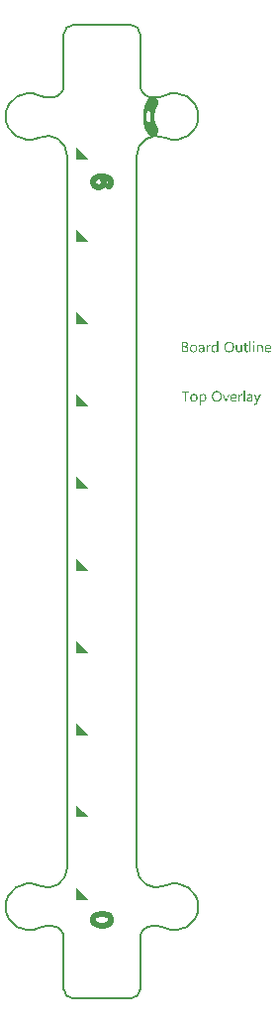
<source format=gto>
G04*
G04 #@! TF.GenerationSoftware,Altium Limited,Altium Designer,21.8.1 (53)*
G04*
G04 Layer_Color=65535*
%FSAX25Y25*%
%MOIN*%
G70*
G04*
G04 #@! TF.SameCoordinates,E3F0FB40-B38B-4DF8-A9CB-3E72E830E8E9*
G04*
G04*
G04 #@! TF.FilePolarity,Positive*
G04*
G01*
G75*
%ADD10C,0.01968*%
%ADD11C,0.00787*%
G36*
X0017183Y0303144D02*
X0017300Y0303133D01*
X0017416Y0303115D01*
X0017531Y0303091D01*
X0017644Y0303059D01*
X0017755Y0303021D01*
X0017863Y0302976D01*
X0017969Y0302925D01*
X0018071Y0302867D01*
X0018170Y0302803D01*
X0018264Y0302734D01*
X0018354Y0302659D01*
X0018440Y0302578D01*
X0018520Y0302492D01*
X0018596Y0302402D01*
X0018665Y0302308D01*
X0018729Y0302209D01*
X0018787Y0302107D01*
X0018838Y0302001D01*
X0018883Y0301893D01*
X0018921Y0301782D01*
X0018953Y0301669D01*
X0018977Y0301554D01*
X0018995Y0301438D01*
X0019006Y0301321D01*
X0019009Y0301204D01*
X0019006Y0301086D01*
X0018995Y0300970D01*
X0018977Y0300853D01*
X0018953Y0300739D01*
X0018921Y0300626D01*
X0018883Y0300515D01*
X0018838Y0300406D01*
X0018787Y0300301D01*
X0018729Y0300198D01*
X0018720Y0300184D01*
X0018720Y0300184D01*
X0018617Y0300013D01*
X0018507Y0299815D01*
X0018404Y0299614D01*
X0018307Y0299409D01*
X0018217Y0299202D01*
X0018134Y0298991D01*
X0018058Y0298778D01*
X0017988Y0298563D01*
X0017926Y0298345D01*
X0017871Y0298126D01*
X0017823Y0297904D01*
X0017783Y0297682D01*
X0017750Y0297458D01*
X0017724Y0297233D01*
X0017705Y0297007D01*
X0017694Y0296781D01*
X0017691Y0296555D01*
X0017694Y0296329D01*
X0017705Y0296103D01*
X0017724Y0295877D01*
X0017750Y0295652D01*
X0017783Y0295429D01*
X0017823Y0295206D01*
X0017871Y0294985D01*
X0017926Y0294765D01*
X0017988Y0294548D01*
X0018058Y0294332D01*
X0018134Y0294119D01*
X0018217Y0293909D01*
X0018307Y0293701D01*
X0018404Y0293496D01*
X0018507Y0293295D01*
X0018617Y0293097D01*
X0018732Y0292906D01*
X0018732Y0292906D01*
X0018745Y0292886D01*
X0018802Y0292784D01*
X0018854Y0292678D01*
X0018899Y0292570D01*
X0018937Y0292459D01*
X0018969Y0292346D01*
X0018993Y0292231D01*
X0019011Y0292115D01*
X0019022Y0291998D01*
X0019025Y0291881D01*
X0019022Y0291763D01*
X0019011Y0291647D01*
X0018993Y0291530D01*
X0018969Y0291416D01*
X0018937Y0291303D01*
X0018899Y0291192D01*
X0018854Y0291083D01*
X0018802Y0290978D01*
X0018745Y0290876D01*
X0018681Y0290777D01*
X0018611Y0290682D01*
X0018536Y0290592D01*
X0018456Y0290507D01*
X0018370Y0290426D01*
X0018280Y0290351D01*
X0018186Y0290282D01*
X0018087Y0290218D01*
X0017985Y0290160D01*
X0017879Y0290109D01*
X0017771Y0290064D01*
X0017660Y0290025D01*
X0017547Y0289994D01*
X0017432Y0289969D01*
X0017316Y0289952D01*
X0017199Y0289941D01*
X0017082Y0289937D01*
X0016964Y0289941D01*
X0016847Y0289952D01*
X0016731Y0289969D01*
X0016617Y0289994D01*
X0016503Y0290025D01*
X0016393Y0290064D01*
X0016284Y0290109D01*
X0016179Y0290160D01*
X0016076Y0290218D01*
X0015978Y0290282D01*
X0015883Y0290351D01*
X0015793Y0290426D01*
X0015708Y0290507D01*
X0015627Y0290592D01*
X0015552Y0290682D01*
X0015482Y0290777D01*
X0015431Y0290856D01*
X0015432Y0290856D01*
X0015351Y0290986D01*
X0015203Y0291239D01*
X0015063Y0291495D01*
X0014929Y0291756D01*
X0014803Y0292020D01*
X0014684Y0292287D01*
X0014572Y0292557D01*
X0014467Y0292830D01*
X0014370Y0293106D01*
X0014280Y0293385D01*
X0014198Y0293665D01*
X0014124Y0293948D01*
X0014057Y0294233D01*
X0013998Y0294520D01*
X0013947Y0294808D01*
X0013903Y0295097D01*
X0013868Y0295387D01*
X0013840Y0295678D01*
X0013820Y0295970D01*
X0013808Y0296263D01*
X0013804Y0296555D01*
X0013808Y0296848D01*
X0013820Y0297140D01*
X0013840Y0297432D01*
X0013868Y0297723D01*
X0013903Y0298013D01*
X0013947Y0298303D01*
X0013998Y0298591D01*
X0014057Y0298877D01*
X0014124Y0299162D01*
X0014198Y0299445D01*
X0014280Y0299726D01*
X0014370Y0300004D01*
X0014467Y0300280D01*
X0014572Y0300553D01*
X0014684Y0300823D01*
X0014803Y0301091D01*
X0014929Y0301355D01*
X0015063Y0301615D01*
X0015203Y0301871D01*
X0015351Y0302124D01*
X0015412Y0302223D01*
X0015412Y0302223D01*
X0015466Y0302308D01*
X0015536Y0302402D01*
X0015611Y0302492D01*
X0015692Y0302578D01*
X0015777Y0302659D01*
X0015867Y0302734D01*
X0015962Y0302803D01*
X0016060Y0302867D01*
X0016163Y0302925D01*
X0016268Y0302976D01*
X0016377Y0303021D01*
X0016488Y0303059D01*
X0016601Y0303091D01*
X0016715Y0303115D01*
X0016832Y0303133D01*
X0016949Y0303144D01*
X0017066Y0303147D01*
X0017183Y0303144D01*
D02*
G37*
G36*
X-0004331Y0282087D02*
X-0008661D01*
Y0286024D01*
X-0004331Y0282087D01*
D02*
G37*
G36*
Y0254429D02*
X-0008661D01*
Y0258366D01*
X-0004331Y0254429D01*
D02*
G37*
G36*
Y0226772D02*
X-0008661D01*
Y0230709D01*
X-0004331Y0226772D01*
D02*
G37*
G36*
X0051178Y0220945D02*
X0051202D01*
X0051258Y0220920D01*
X0051289Y0220901D01*
X0051320Y0220877D01*
X0051326Y0220870D01*
X0051332Y0220864D01*
X0051363Y0220827D01*
X0051388Y0220765D01*
X0051394Y0220728D01*
X0051400Y0220691D01*
Y0220685D01*
Y0220672D01*
X0051394Y0220654D01*
X0051388Y0220629D01*
X0051370Y0220567D01*
X0051345Y0220536D01*
X0051320Y0220505D01*
X0051314D01*
X0051308Y0220493D01*
X0051270Y0220468D01*
X0051215Y0220443D01*
X0051178Y0220437D01*
X0051140Y0220431D01*
X0051122D01*
X0051103Y0220437D01*
X0051078D01*
X0051017Y0220462D01*
X0050986Y0220474D01*
X0050955Y0220499D01*
Y0220505D01*
X0050942Y0220511D01*
X0050930Y0220530D01*
X0050918Y0220548D01*
X0050893Y0220610D01*
X0050887Y0220648D01*
X0050880Y0220691D01*
Y0220697D01*
Y0220709D01*
X0050887Y0220728D01*
X0050893Y0220759D01*
X0050911Y0220815D01*
X0050930Y0220846D01*
X0050955Y0220877D01*
X0050961Y0220883D01*
X0050967Y0220889D01*
X0051004Y0220914D01*
X0051066Y0220938D01*
X0051103Y0220951D01*
X0051159D01*
X0051178Y0220945D01*
D02*
G37*
G36*
X0039187Y0217280D02*
X0038785D01*
Y0217701D01*
X0038773D01*
Y0217695D01*
X0038760Y0217683D01*
X0038742Y0217658D01*
X0038723Y0217627D01*
X0038692Y0217590D01*
X0038655Y0217552D01*
X0038612Y0217509D01*
X0038562Y0217466D01*
X0038507Y0217416D01*
X0038438Y0217373D01*
X0038370Y0217336D01*
X0038290Y0217299D01*
X0038210Y0217268D01*
X0038117Y0217243D01*
X0038018Y0217231D01*
X0037912Y0217224D01*
X0037869D01*
X0037832Y0217231D01*
X0037795Y0217237D01*
X0037745Y0217243D01*
X0037640Y0217268D01*
X0037516Y0217305D01*
X0037392Y0217367D01*
X0037324Y0217404D01*
X0037269Y0217447D01*
X0037207Y0217503D01*
X0037151Y0217559D01*
Y0217565D01*
X0037139Y0217577D01*
X0037126Y0217596D01*
X0037108Y0217621D01*
X0037089Y0217652D01*
X0037064Y0217695D01*
X0037040Y0217744D01*
X0037015Y0217800D01*
X0036984Y0217862D01*
X0036959Y0217930D01*
X0036934Y0218004D01*
X0036916Y0218085D01*
X0036897Y0218172D01*
X0036885Y0218270D01*
X0036879Y0218370D01*
X0036873Y0218475D01*
Y0218481D01*
Y0218499D01*
Y0218537D01*
X0036879Y0218580D01*
X0036885Y0218630D01*
X0036891Y0218691D01*
X0036897Y0218759D01*
X0036910Y0218834D01*
X0036947Y0218995D01*
X0037003Y0219162D01*
X0037040Y0219242D01*
X0037083Y0219323D01*
X0037126Y0219397D01*
X0037182Y0219471D01*
X0037188Y0219478D01*
X0037194Y0219490D01*
X0037213Y0219509D01*
X0037238Y0219533D01*
X0037269Y0219558D01*
X0037312Y0219589D01*
X0037355Y0219626D01*
X0037405Y0219663D01*
X0037529Y0219731D01*
X0037671Y0219793D01*
X0037751Y0219812D01*
X0037838Y0219830D01*
X0037925Y0219843D01*
X0038024Y0219849D01*
X0038073D01*
X0038111Y0219843D01*
X0038148Y0219837D01*
X0038197Y0219830D01*
X0038309Y0219799D01*
X0038432Y0219750D01*
X0038494Y0219719D01*
X0038556Y0219676D01*
X0038618Y0219632D01*
X0038674Y0219577D01*
X0038723Y0219515D01*
X0038773Y0219440D01*
X0038785D01*
Y0221000D01*
X0039187D01*
Y0217280D01*
D02*
G37*
G36*
X0053456Y0219843D02*
X0053530Y0219837D01*
X0053623Y0219818D01*
X0053722Y0219787D01*
X0053827Y0219738D01*
X0053932Y0219670D01*
X0053975Y0219632D01*
X0054019Y0219583D01*
X0054031Y0219570D01*
X0054056Y0219533D01*
X0054087Y0219471D01*
X0054130Y0219385D01*
X0054167Y0219280D01*
X0054204Y0219149D01*
X0054229Y0218995D01*
X0054235Y0218815D01*
Y0217280D01*
X0053833D01*
Y0218710D01*
Y0218716D01*
Y0218747D01*
X0053827Y0218784D01*
Y0218834D01*
X0053815Y0218896D01*
X0053802Y0218964D01*
X0053784Y0219038D01*
X0053759Y0219112D01*
X0053728Y0219187D01*
X0053691Y0219255D01*
X0053641Y0219323D01*
X0053585Y0219385D01*
X0053524Y0219434D01*
X0053443Y0219471D01*
X0053356Y0219502D01*
X0053251Y0219509D01*
X0053239D01*
X0053202Y0219502D01*
X0053146Y0219496D01*
X0053078Y0219478D01*
X0052997Y0219453D01*
X0052911Y0219409D01*
X0052830Y0219354D01*
X0052750Y0219280D01*
X0052744Y0219267D01*
X0052719Y0219242D01*
X0052688Y0219193D01*
X0052651Y0219125D01*
X0052614Y0219044D01*
X0052583Y0218945D01*
X0052558Y0218834D01*
X0052552Y0218710D01*
Y0217280D01*
X0052149D01*
Y0219793D01*
X0052552D01*
Y0219372D01*
X0052564D01*
X0052570Y0219378D01*
X0052577Y0219391D01*
X0052595Y0219416D01*
X0052620Y0219447D01*
X0052645Y0219484D01*
X0052682Y0219521D01*
X0052725Y0219564D01*
X0052775Y0219614D01*
X0052830Y0219657D01*
X0052892Y0219700D01*
X0052960Y0219738D01*
X0053035Y0219775D01*
X0053109Y0219806D01*
X0053196Y0219830D01*
X0053288Y0219843D01*
X0053387Y0219849D01*
X0053425D01*
X0053456Y0219843D01*
D02*
G37*
G36*
X0036458Y0219830D02*
X0036532Y0219824D01*
X0036575Y0219812D01*
X0036606Y0219799D01*
Y0219385D01*
X0036600Y0219391D01*
X0036588Y0219397D01*
X0036563Y0219409D01*
X0036532Y0219428D01*
X0036489Y0219440D01*
X0036433Y0219453D01*
X0036371Y0219459D01*
X0036303Y0219465D01*
X0036291D01*
X0036260Y0219459D01*
X0036210Y0219453D01*
X0036154Y0219434D01*
X0036080Y0219403D01*
X0036012Y0219360D01*
X0035938Y0219298D01*
X0035870Y0219218D01*
X0035864Y0219205D01*
X0035845Y0219174D01*
X0035814Y0219119D01*
X0035783Y0219044D01*
X0035752Y0218951D01*
X0035721Y0218834D01*
X0035703Y0218704D01*
X0035696Y0218555D01*
Y0217280D01*
X0035294D01*
Y0219793D01*
X0035696D01*
Y0219273D01*
X0035709D01*
Y0219280D01*
X0035715Y0219286D01*
X0035727Y0219317D01*
X0035746Y0219366D01*
X0035777Y0219428D01*
X0035808Y0219490D01*
X0035857Y0219558D01*
X0035907Y0219626D01*
X0035969Y0219688D01*
X0035975Y0219694D01*
X0036000Y0219713D01*
X0036037Y0219738D01*
X0036086Y0219762D01*
X0036142Y0219787D01*
X0036210Y0219812D01*
X0036284Y0219830D01*
X0036365Y0219837D01*
X0036421D01*
X0036458Y0219830D01*
D02*
G37*
G36*
X0047197Y0217280D02*
X0046795D01*
Y0217676D01*
X0046783D01*
Y0217670D01*
X0046770Y0217658D01*
X0046758Y0217633D01*
X0046733Y0217608D01*
X0046677Y0217534D01*
X0046591Y0217453D01*
X0046541Y0217410D01*
X0046486Y0217367D01*
X0046424Y0217330D01*
X0046349Y0217292D01*
X0046275Y0217268D01*
X0046195Y0217243D01*
X0046102Y0217231D01*
X0046009Y0217224D01*
X0045972D01*
X0045928Y0217231D01*
X0045867Y0217243D01*
X0045799Y0217255D01*
X0045724Y0217280D01*
X0045644Y0217311D01*
X0045563Y0217361D01*
X0045477Y0217416D01*
X0045396Y0217484D01*
X0045322Y0217571D01*
X0045254Y0217676D01*
X0045192Y0217794D01*
X0045149Y0217936D01*
X0045124Y0218103D01*
X0045111Y0218190D01*
Y0218289D01*
Y0219793D01*
X0045507D01*
Y0218351D01*
Y0218345D01*
Y0218320D01*
X0045514Y0218277D01*
X0045520Y0218227D01*
X0045526Y0218165D01*
X0045538Y0218103D01*
X0045557Y0218029D01*
X0045582Y0217955D01*
X0045619Y0217881D01*
X0045656Y0217812D01*
X0045706Y0217744D01*
X0045768Y0217683D01*
X0045836Y0217633D01*
X0045916Y0217596D01*
X0046015Y0217565D01*
X0046120Y0217559D01*
X0046133D01*
X0046170Y0217565D01*
X0046226Y0217571D01*
X0046288Y0217583D01*
X0046368Y0217614D01*
X0046448Y0217652D01*
X0046529Y0217701D01*
X0046603Y0217775D01*
X0046609Y0217788D01*
X0046634Y0217812D01*
X0046665Y0217862D01*
X0046702Y0217930D01*
X0046733Y0218010D01*
X0046764Y0218110D01*
X0046789Y0218221D01*
X0046795Y0218345D01*
Y0219793D01*
X0047197D01*
Y0217280D01*
D02*
G37*
G36*
X0051332D02*
X0050930D01*
Y0219793D01*
X0051332D01*
Y0217280D01*
D02*
G37*
G36*
X0050113D02*
X0049711D01*
Y0221000D01*
X0050113D01*
Y0217280D01*
D02*
G37*
G36*
X0033734Y0219843D02*
X0033790Y0219837D01*
X0033858Y0219818D01*
X0033932Y0219799D01*
X0034013Y0219769D01*
X0034099Y0219731D01*
X0034180Y0219682D01*
X0034260Y0219620D01*
X0034335Y0219546D01*
X0034403Y0219453D01*
X0034458Y0219348D01*
X0034502Y0219224D01*
X0034527Y0219081D01*
X0034539Y0218914D01*
Y0217280D01*
X0034137D01*
Y0217670D01*
X0034124D01*
Y0217664D01*
X0034112Y0217652D01*
X0034099Y0217627D01*
X0034075Y0217602D01*
X0034013Y0217528D01*
X0033932Y0217447D01*
X0033821Y0217367D01*
X0033691Y0217292D01*
X0033610Y0217268D01*
X0033530Y0217243D01*
X0033443Y0217231D01*
X0033350Y0217224D01*
X0033313D01*
X0033288Y0217231D01*
X0033220Y0217237D01*
X0033140Y0217249D01*
X0033041Y0217274D01*
X0032948Y0217305D01*
X0032849Y0217354D01*
X0032762Y0217416D01*
X0032756Y0217429D01*
X0032731Y0217453D01*
X0032694Y0217497D01*
X0032657Y0217559D01*
X0032620Y0217633D01*
X0032583Y0217720D01*
X0032558Y0217825D01*
X0032552Y0217943D01*
Y0217949D01*
Y0217973D01*
X0032558Y0218010D01*
X0032564Y0218054D01*
X0032577Y0218110D01*
X0032595Y0218172D01*
X0032620Y0218240D01*
X0032657Y0218308D01*
X0032700Y0218382D01*
X0032756Y0218456D01*
X0032824Y0218524D01*
X0032905Y0218586D01*
X0032998Y0218648D01*
X0033109Y0218698D01*
X0033233Y0218735D01*
X0033381Y0218766D01*
X0034137Y0218871D01*
Y0218877D01*
Y0218896D01*
X0034130Y0218933D01*
Y0218970D01*
X0034118Y0219020D01*
X0034112Y0219075D01*
X0034075Y0219193D01*
X0034044Y0219249D01*
X0034013Y0219304D01*
X0033969Y0219360D01*
X0033920Y0219409D01*
X0033858Y0219453D01*
X0033790Y0219484D01*
X0033709Y0219502D01*
X0033617Y0219509D01*
X0033573D01*
X0033542Y0219502D01*
X0033499D01*
X0033456Y0219490D01*
X0033344Y0219471D01*
X0033220Y0219434D01*
X0033084Y0219378D01*
X0033010Y0219341D01*
X0032942Y0219304D01*
X0032868Y0219255D01*
X0032800Y0219199D01*
Y0219614D01*
X0032806D01*
X0032818Y0219626D01*
X0032837Y0219638D01*
X0032868Y0219651D01*
X0032899Y0219670D01*
X0032942Y0219688D01*
X0032991Y0219707D01*
X0033047Y0219731D01*
X0033171Y0219775D01*
X0033319Y0219812D01*
X0033480Y0219837D01*
X0033654Y0219849D01*
X0033691D01*
X0033734Y0219843D01*
D02*
G37*
G36*
X0028045Y0220790D02*
X0028089D01*
X0028132Y0220784D01*
X0028231Y0220771D01*
X0028349Y0220740D01*
X0028473Y0220703D01*
X0028590Y0220648D01*
X0028695Y0220573D01*
X0028702D01*
X0028708Y0220561D01*
X0028739Y0220536D01*
X0028782Y0220486D01*
X0028832Y0220418D01*
X0028875Y0220332D01*
X0028918Y0220233D01*
X0028949Y0220121D01*
X0028962Y0220059D01*
Y0219991D01*
Y0219985D01*
Y0219979D01*
Y0219942D01*
X0028956Y0219886D01*
X0028943Y0219818D01*
X0028925Y0219731D01*
X0028894Y0219645D01*
X0028856Y0219558D01*
X0028801Y0219471D01*
X0028795Y0219459D01*
X0028770Y0219434D01*
X0028733Y0219397D01*
X0028683Y0219348D01*
X0028621Y0219298D01*
X0028547Y0219242D01*
X0028454Y0219199D01*
X0028355Y0219156D01*
Y0219149D01*
X0028374D01*
X0028392Y0219143D01*
X0028411Y0219137D01*
X0028479Y0219125D01*
X0028559Y0219100D01*
X0028646Y0219063D01*
X0028739Y0219020D01*
X0028832Y0218958D01*
X0028918Y0218877D01*
X0028931Y0218865D01*
X0028956Y0218834D01*
X0028986Y0218791D01*
X0029030Y0218722D01*
X0029067Y0218636D01*
X0029104Y0218537D01*
X0029129Y0218419D01*
X0029135Y0218289D01*
Y0218283D01*
Y0218270D01*
Y0218246D01*
X0029129Y0218215D01*
X0029123Y0218178D01*
X0029116Y0218134D01*
X0029092Y0218029D01*
X0029054Y0217912D01*
X0028999Y0217788D01*
X0028962Y0217732D01*
X0028918Y0217670D01*
X0028863Y0217614D01*
X0028807Y0217559D01*
X0028801D01*
X0028795Y0217546D01*
X0028776Y0217534D01*
X0028751Y0217515D01*
X0028720Y0217497D01*
X0028677Y0217472D01*
X0028584Y0217423D01*
X0028466Y0217367D01*
X0028330Y0217323D01*
X0028169Y0217292D01*
X0028089Y0217286D01*
X0027996Y0217280D01*
X0026969D01*
Y0220796D01*
X0028015D01*
X0028045Y0220790D01*
D02*
G37*
G36*
X0048541Y0219793D02*
X0049178D01*
Y0219447D01*
X0048541D01*
Y0218029D01*
Y0218017D01*
Y0217986D01*
X0048547Y0217943D01*
X0048553Y0217887D01*
X0048578Y0217769D01*
X0048596Y0217713D01*
X0048627Y0217670D01*
X0048634Y0217664D01*
X0048646Y0217652D01*
X0048664Y0217639D01*
X0048695Y0217621D01*
X0048733Y0217596D01*
X0048782Y0217583D01*
X0048844Y0217571D01*
X0048912Y0217565D01*
X0048937D01*
X0048968Y0217571D01*
X0049005Y0217577D01*
X0049092Y0217602D01*
X0049135Y0217621D01*
X0049178Y0217645D01*
Y0217299D01*
X0049172D01*
X0049153Y0217286D01*
X0049123Y0217280D01*
X0049079Y0217268D01*
X0049024Y0217255D01*
X0048961Y0217243D01*
X0048887Y0217237D01*
X0048801Y0217231D01*
X0048770D01*
X0048739Y0217237D01*
X0048695Y0217243D01*
X0048646Y0217255D01*
X0048590Y0217268D01*
X0048534Y0217292D01*
X0048472Y0217323D01*
X0048411Y0217361D01*
X0048349Y0217410D01*
X0048293Y0217466D01*
X0048243Y0217540D01*
X0048200Y0217621D01*
X0048169Y0217720D01*
X0048145Y0217831D01*
X0048138Y0217961D01*
Y0219447D01*
X0047711D01*
Y0219793D01*
X0048138D01*
Y0220406D01*
X0048541Y0220536D01*
Y0219793D01*
D02*
G37*
G36*
X0056068Y0219843D02*
X0056111Y0219837D01*
X0056154Y0219830D01*
X0056266Y0219812D01*
X0056389Y0219769D01*
X0056513Y0219713D01*
X0056575Y0219676D01*
X0056637Y0219632D01*
X0056693Y0219583D01*
X0056749Y0219527D01*
X0056755Y0219521D01*
X0056761Y0219515D01*
X0056773Y0219496D01*
X0056792Y0219471D01*
X0056810Y0219434D01*
X0056835Y0219397D01*
X0056860Y0219354D01*
X0056885Y0219298D01*
X0056910Y0219236D01*
X0056934Y0219174D01*
X0056959Y0219100D01*
X0056978Y0219020D01*
X0056996Y0218933D01*
X0057009Y0218846D01*
X0057021Y0218747D01*
Y0218642D01*
Y0218431D01*
X0055244D01*
Y0218425D01*
Y0218413D01*
Y0218394D01*
X0055251Y0218363D01*
X0055257Y0218326D01*
Y0218289D01*
X0055275Y0218190D01*
X0055306Y0218091D01*
X0055343Y0217980D01*
X0055399Y0217874D01*
X0055467Y0217781D01*
X0055480Y0217769D01*
X0055504Y0217744D01*
X0055554Y0217713D01*
X0055622Y0217670D01*
X0055709Y0217627D01*
X0055808Y0217596D01*
X0055925Y0217571D01*
X0056062Y0217559D01*
X0056105D01*
X0056136Y0217565D01*
X0056173D01*
X0056216Y0217571D01*
X0056322Y0217596D01*
X0056439Y0217627D01*
X0056569Y0217676D01*
X0056705Y0217744D01*
X0056773Y0217788D01*
X0056841Y0217837D01*
Y0217460D01*
X0056835D01*
X0056829Y0217447D01*
X0056810Y0217441D01*
X0056779Y0217423D01*
X0056749Y0217404D01*
X0056711Y0217385D01*
X0056662Y0217367D01*
X0056612Y0217342D01*
X0056551Y0217317D01*
X0056482Y0217299D01*
X0056334Y0217262D01*
X0056160Y0217237D01*
X0055969Y0217224D01*
X0055919D01*
X0055882Y0217231D01*
X0055839Y0217237D01*
X0055783Y0217243D01*
X0055665Y0217268D01*
X0055529Y0217305D01*
X0055393Y0217367D01*
X0055325Y0217410D01*
X0055257Y0217453D01*
X0055195Y0217503D01*
X0055133Y0217565D01*
X0055127Y0217571D01*
X0055121Y0217583D01*
X0055108Y0217602D01*
X0055084Y0217627D01*
X0055065Y0217664D01*
X0055040Y0217707D01*
X0055009Y0217757D01*
X0054984Y0217812D01*
X0054953Y0217874D01*
X0054929Y0217949D01*
X0054898Y0218029D01*
X0054879Y0218116D01*
X0054861Y0218209D01*
X0054842Y0218308D01*
X0054836Y0218413D01*
X0054830Y0218524D01*
Y0218531D01*
Y0218549D01*
Y0218580D01*
X0054836Y0218623D01*
X0054842Y0218673D01*
X0054848Y0218729D01*
X0054854Y0218797D01*
X0054873Y0218865D01*
X0054910Y0219013D01*
X0054966Y0219174D01*
X0055003Y0219255D01*
X0055053Y0219329D01*
X0055102Y0219409D01*
X0055158Y0219478D01*
X0055164Y0219484D01*
X0055176Y0219496D01*
X0055195Y0219515D01*
X0055220Y0219533D01*
X0055251Y0219564D01*
X0055288Y0219595D01*
X0055337Y0219626D01*
X0055387Y0219663D01*
X0055504Y0219731D01*
X0055647Y0219793D01*
X0055727Y0219812D01*
X0055808Y0219830D01*
X0055894Y0219843D01*
X0055987Y0219849D01*
X0056037D01*
X0056068Y0219843D01*
D02*
G37*
G36*
X0043025Y0220852D02*
X0043087Y0220846D01*
X0043161Y0220833D01*
X0043242Y0220815D01*
X0043329Y0220796D01*
X0043415Y0220771D01*
X0043514Y0220740D01*
X0043607Y0220697D01*
X0043706Y0220648D01*
X0043805Y0220592D01*
X0043898Y0220524D01*
X0043991Y0220449D01*
X0044078Y0220363D01*
X0044084Y0220357D01*
X0044096Y0220338D01*
X0044121Y0220313D01*
X0044146Y0220276D01*
X0044183Y0220227D01*
X0044220Y0220165D01*
X0044257Y0220097D01*
X0044300Y0220022D01*
X0044344Y0219929D01*
X0044381Y0219837D01*
X0044418Y0219731D01*
X0044455Y0219614D01*
X0044480Y0219496D01*
X0044505Y0219366D01*
X0044517Y0219224D01*
X0044523Y0219081D01*
Y0219069D01*
Y0219044D01*
Y0219001D01*
X0044517Y0218939D01*
X0044511Y0218865D01*
X0044499Y0218784D01*
X0044486Y0218691D01*
X0044468Y0218586D01*
X0044443Y0218481D01*
X0044412Y0218370D01*
X0044375Y0218258D01*
X0044331Y0218147D01*
X0044276Y0218029D01*
X0044214Y0217924D01*
X0044146Y0217819D01*
X0044065Y0217720D01*
X0044059Y0217713D01*
X0044047Y0217701D01*
X0044016Y0217676D01*
X0043985Y0217645D01*
X0043935Y0217602D01*
X0043880Y0217565D01*
X0043818Y0217515D01*
X0043743Y0217472D01*
X0043663Y0217429D01*
X0043570Y0217379D01*
X0043471Y0217342D01*
X0043360Y0217305D01*
X0043242Y0217268D01*
X0043118Y0217243D01*
X0042988Y0217231D01*
X0042846Y0217224D01*
X0042815D01*
X0042772Y0217231D01*
X0042722D01*
X0042660Y0217237D01*
X0042586Y0217249D01*
X0042505Y0217268D01*
X0042412Y0217286D01*
X0042320Y0217311D01*
X0042221Y0217342D01*
X0042122Y0217385D01*
X0042023Y0217429D01*
X0041923Y0217484D01*
X0041824Y0217552D01*
X0041732Y0217627D01*
X0041645Y0217713D01*
X0041639Y0217720D01*
X0041626Y0217738D01*
X0041602Y0217763D01*
X0041577Y0217800D01*
X0041540Y0217850D01*
X0041503Y0217912D01*
X0041465Y0217980D01*
X0041422Y0218060D01*
X0041379Y0218147D01*
X0041342Y0218240D01*
X0041304Y0218345D01*
X0041267Y0218462D01*
X0041243Y0218580D01*
X0041218Y0218710D01*
X0041205Y0218852D01*
X0041199Y0218995D01*
Y0219007D01*
Y0219032D01*
X0041205Y0219075D01*
Y0219137D01*
X0041212Y0219205D01*
X0041224Y0219292D01*
X0041236Y0219385D01*
X0041255Y0219484D01*
X0041280Y0219589D01*
X0041311Y0219700D01*
X0041348Y0219812D01*
X0041391Y0219923D01*
X0041447Y0220035D01*
X0041509Y0220146D01*
X0041577Y0220251D01*
X0041657Y0220350D01*
X0041664Y0220357D01*
X0041676Y0220375D01*
X0041707Y0220400D01*
X0041744Y0220431D01*
X0041787Y0220468D01*
X0041843Y0220511D01*
X0041911Y0220555D01*
X0041985Y0220604D01*
X0042072Y0220654D01*
X0042165Y0220697D01*
X0042264Y0220740D01*
X0042375Y0220778D01*
X0042499Y0220808D01*
X0042629Y0220839D01*
X0042765Y0220852D01*
X0042908Y0220858D01*
X0042976D01*
X0043025Y0220852D01*
D02*
G37*
G36*
X0030998Y0219843D02*
X0031041Y0219837D01*
X0031097Y0219830D01*
X0031221Y0219806D01*
X0031363Y0219762D01*
X0031506Y0219700D01*
X0031580Y0219663D01*
X0031648Y0219620D01*
X0031716Y0219564D01*
X0031778Y0219502D01*
X0031784Y0219496D01*
X0031791Y0219484D01*
X0031809Y0219465D01*
X0031828Y0219440D01*
X0031852Y0219403D01*
X0031877Y0219360D01*
X0031908Y0219310D01*
X0031939Y0219255D01*
X0031964Y0219187D01*
X0031995Y0219119D01*
X0032019Y0219038D01*
X0032044Y0218951D01*
X0032063Y0218859D01*
X0032081Y0218759D01*
X0032088Y0218654D01*
X0032094Y0218543D01*
Y0218537D01*
Y0218518D01*
Y0218487D01*
X0032088Y0218444D01*
X0032081Y0218394D01*
X0032075Y0218332D01*
X0032063Y0218270D01*
X0032050Y0218196D01*
X0032013Y0218048D01*
X0031951Y0217887D01*
X0031914Y0217806D01*
X0031865Y0217726D01*
X0031815Y0217652D01*
X0031753Y0217583D01*
X0031747Y0217577D01*
X0031735Y0217571D01*
X0031716Y0217552D01*
X0031691Y0217528D01*
X0031654Y0217503D01*
X0031617Y0217472D01*
X0031568Y0217435D01*
X0031512Y0217404D01*
X0031450Y0217373D01*
X0031382Y0217336D01*
X0031308Y0217305D01*
X0031227Y0217280D01*
X0031141Y0217255D01*
X0031048Y0217243D01*
X0030949Y0217231D01*
X0030843Y0217224D01*
X0030788D01*
X0030751Y0217231D01*
X0030707Y0217237D01*
X0030652Y0217243D01*
X0030590Y0217255D01*
X0030522Y0217268D01*
X0030379Y0217311D01*
X0030231Y0217373D01*
X0030156Y0217410D01*
X0030088Y0217460D01*
X0030020Y0217509D01*
X0029952Y0217571D01*
X0029946Y0217577D01*
X0029940Y0217590D01*
X0029921Y0217608D01*
X0029902Y0217633D01*
X0029878Y0217670D01*
X0029847Y0217713D01*
X0029816Y0217763D01*
X0029791Y0217819D01*
X0029760Y0217887D01*
X0029729Y0217955D01*
X0029698Y0218029D01*
X0029673Y0218116D01*
X0029636Y0218302D01*
X0029630Y0218401D01*
X0029624Y0218506D01*
Y0218512D01*
Y0218537D01*
Y0218568D01*
X0029630Y0218611D01*
X0029636Y0218660D01*
X0029643Y0218722D01*
X0029655Y0218791D01*
X0029667Y0218865D01*
X0029704Y0219026D01*
X0029766Y0219187D01*
X0029810Y0219267D01*
X0029853Y0219348D01*
X0029902Y0219422D01*
X0029964Y0219490D01*
X0029971Y0219496D01*
X0029983Y0219509D01*
X0030002Y0219521D01*
X0030026Y0219546D01*
X0030064Y0219570D01*
X0030107Y0219601D01*
X0030156Y0219638D01*
X0030212Y0219670D01*
X0030274Y0219700D01*
X0030348Y0219738D01*
X0030422Y0219769D01*
X0030509Y0219793D01*
X0030596Y0219818D01*
X0030695Y0219837D01*
X0030800Y0219843D01*
X0030905Y0219849D01*
X0030961D01*
X0030998Y0219843D01*
D02*
G37*
G36*
X0034211Y0203253D02*
X0034254Y0203247D01*
X0034297Y0203240D01*
X0034409Y0203216D01*
X0034533Y0203179D01*
X0034657Y0203117D01*
X0034718Y0203080D01*
X0034780Y0203030D01*
X0034836Y0202980D01*
X0034892Y0202919D01*
X0034898Y0202912D01*
X0034904Y0202906D01*
X0034916Y0202881D01*
X0034935Y0202857D01*
X0034954Y0202826D01*
X0034978Y0202782D01*
X0035003Y0202733D01*
X0035028Y0202683D01*
X0035053Y0202621D01*
X0035077Y0202553D01*
X0035102Y0202479D01*
X0035121Y0202399D01*
X0035152Y0202219D01*
X0035164Y0202120D01*
Y0202015D01*
Y0202009D01*
Y0201990D01*
Y0201953D01*
X0035158Y0201910D01*
Y0201860D01*
X0035146Y0201798D01*
X0035139Y0201730D01*
X0035127Y0201656D01*
X0035090Y0201495D01*
X0035034Y0201328D01*
X0034997Y0201247D01*
X0034960Y0201167D01*
X0034910Y0201086D01*
X0034855Y0201012D01*
X0034848Y0201006D01*
X0034842Y0200993D01*
X0034824Y0200975D01*
X0034799Y0200956D01*
X0034768Y0200925D01*
X0034731Y0200894D01*
X0034687Y0200857D01*
X0034638Y0200826D01*
X0034582Y0200789D01*
X0034520Y0200752D01*
X0034372Y0200696D01*
X0034291Y0200672D01*
X0034211Y0200653D01*
X0034118Y0200641D01*
X0034019Y0200634D01*
X0033969D01*
X0033938Y0200641D01*
X0033895Y0200647D01*
X0033852Y0200659D01*
X0033740Y0200684D01*
X0033623Y0200733D01*
X0033555Y0200771D01*
X0033493Y0200808D01*
X0033431Y0200857D01*
X0033375Y0200913D01*
X0033313Y0200975D01*
X0033264Y0201049D01*
X0033251D01*
Y0199539D01*
X0032849D01*
Y0203203D01*
X0033251D01*
Y0202758D01*
X0033264D01*
X0033270Y0202764D01*
X0033276Y0202782D01*
X0033295Y0202807D01*
X0033319Y0202838D01*
X0033350Y0202875D01*
X0033388Y0202919D01*
X0033431Y0202962D01*
X0033487Y0203011D01*
X0033542Y0203055D01*
X0033604Y0203098D01*
X0033678Y0203141D01*
X0033753Y0203179D01*
X0033839Y0203216D01*
X0033932Y0203240D01*
X0034025Y0203253D01*
X0034130Y0203259D01*
X0034180D01*
X0034211Y0203253D01*
D02*
G37*
G36*
X0047166Y0203240D02*
X0047241Y0203234D01*
X0047284Y0203222D01*
X0047315Y0203209D01*
Y0202795D01*
X0047309Y0202801D01*
X0047296Y0202807D01*
X0047272Y0202819D01*
X0047241Y0202838D01*
X0047197Y0202851D01*
X0047142Y0202863D01*
X0047080Y0202869D01*
X0047012Y0202875D01*
X0046999D01*
X0046968Y0202869D01*
X0046919Y0202863D01*
X0046863Y0202844D01*
X0046789Y0202813D01*
X0046721Y0202770D01*
X0046646Y0202708D01*
X0046578Y0202628D01*
X0046572Y0202615D01*
X0046554Y0202584D01*
X0046523Y0202529D01*
X0046492Y0202454D01*
X0046461Y0202361D01*
X0046430Y0202244D01*
X0046411Y0202114D01*
X0046405Y0201965D01*
Y0200690D01*
X0046003D01*
Y0203203D01*
X0046405D01*
Y0202683D01*
X0046417D01*
Y0202690D01*
X0046424Y0202696D01*
X0046436Y0202727D01*
X0046455Y0202776D01*
X0046486Y0202838D01*
X0046516Y0202900D01*
X0046566Y0202968D01*
X0046615Y0203036D01*
X0046677Y0203098D01*
X0046684Y0203104D01*
X0046708Y0203123D01*
X0046745Y0203148D01*
X0046795Y0203172D01*
X0046851Y0203197D01*
X0046919Y0203222D01*
X0046993Y0203240D01*
X0047074Y0203247D01*
X0047129D01*
X0047166Y0203240D01*
D02*
G37*
G36*
X0052372Y0200288D02*
X0052366Y0200282D01*
X0052360Y0200257D01*
X0052341Y0200214D01*
X0052316Y0200164D01*
X0052286Y0200108D01*
X0052242Y0200040D01*
X0052199Y0199972D01*
X0052149Y0199898D01*
X0052087Y0199824D01*
X0052026Y0199756D01*
X0051951Y0199687D01*
X0051871Y0199632D01*
X0051790Y0199582D01*
X0051697Y0199539D01*
X0051605Y0199514D01*
X0051499Y0199508D01*
X0051444D01*
X0051407Y0199514D01*
X0051326Y0199526D01*
X0051240Y0199545D01*
Y0199904D01*
X0051246D01*
X0051264Y0199898D01*
X0051289Y0199892D01*
X0051320Y0199885D01*
X0051394Y0199867D01*
X0051475Y0199861D01*
X0051487D01*
X0051524Y0199867D01*
X0051580Y0199879D01*
X0051648Y0199904D01*
X0051722Y0199947D01*
X0051759Y0199978D01*
X0051797Y0200015D01*
X0051834Y0200053D01*
X0051871Y0200102D01*
X0051902Y0200158D01*
X0051933Y0200220D01*
X0052137Y0200690D01*
X0051153Y0203203D01*
X0051599D01*
X0052279Y0201266D01*
Y0201260D01*
X0052286Y0201247D01*
X0052292Y0201229D01*
X0052298Y0201204D01*
X0052304Y0201167D01*
X0052316Y0201130D01*
X0052329Y0201074D01*
X0052347D01*
Y0201086D01*
X0052360Y0201123D01*
X0052372Y0201179D01*
X0052397Y0201260D01*
X0053109Y0203203D01*
X0053524D01*
X0052372Y0200288D01*
D02*
G37*
G36*
X0041942Y0200690D02*
X0041546D01*
X0040593Y0203203D01*
X0041032D01*
X0041676Y0201377D01*
X0041682Y0201371D01*
X0041688Y0201346D01*
X0041701Y0201303D01*
X0041713Y0201260D01*
X0041725Y0201204D01*
X0041744Y0201142D01*
X0041763Y0201024D01*
X0041769D01*
Y0201031D01*
X0041775Y0201055D01*
X0041781Y0201093D01*
X0041787Y0201136D01*
X0041800Y0201192D01*
X0041812Y0201247D01*
X0041849Y0201365D01*
X0042518Y0203203D01*
X0042939D01*
X0041942Y0200690D01*
D02*
G37*
G36*
X0049964Y0203253D02*
X0050020Y0203247D01*
X0050088Y0203228D01*
X0050162Y0203209D01*
X0050243Y0203179D01*
X0050330Y0203141D01*
X0050410Y0203092D01*
X0050490Y0203030D01*
X0050565Y0202956D01*
X0050633Y0202863D01*
X0050689Y0202758D01*
X0050732Y0202634D01*
X0050757Y0202491D01*
X0050769Y0202324D01*
Y0200690D01*
X0050367D01*
Y0201080D01*
X0050354D01*
Y0201074D01*
X0050342Y0201062D01*
X0050330Y0201037D01*
X0050305Y0201012D01*
X0050243Y0200938D01*
X0050162Y0200857D01*
X0050051Y0200777D01*
X0049921Y0200703D01*
X0049841Y0200678D01*
X0049760Y0200653D01*
X0049673Y0200641D01*
X0049580Y0200634D01*
X0049543D01*
X0049519Y0200641D01*
X0049451Y0200647D01*
X0049370Y0200659D01*
X0049271Y0200684D01*
X0049178Y0200715D01*
X0049079Y0200764D01*
X0048992Y0200826D01*
X0048986Y0200839D01*
X0048961Y0200864D01*
X0048924Y0200907D01*
X0048887Y0200969D01*
X0048850Y0201043D01*
X0048813Y0201130D01*
X0048788Y0201235D01*
X0048782Y0201353D01*
Y0201359D01*
Y0201383D01*
X0048788Y0201421D01*
X0048794Y0201464D01*
X0048807Y0201520D01*
X0048825Y0201582D01*
X0048850Y0201650D01*
X0048887Y0201718D01*
X0048931Y0201792D01*
X0048986Y0201866D01*
X0049054Y0201934D01*
X0049135Y0201996D01*
X0049228Y0202058D01*
X0049339Y0202108D01*
X0049463Y0202145D01*
X0049611Y0202176D01*
X0050367Y0202281D01*
Y0202287D01*
Y0202306D01*
X0050361Y0202343D01*
Y0202380D01*
X0050348Y0202430D01*
X0050342Y0202485D01*
X0050305Y0202603D01*
X0050274Y0202659D01*
X0050243Y0202714D01*
X0050200Y0202770D01*
X0050150Y0202819D01*
X0050088Y0202863D01*
X0050020Y0202894D01*
X0049940Y0202912D01*
X0049847Y0202919D01*
X0049803D01*
X0049772Y0202912D01*
X0049729D01*
X0049686Y0202900D01*
X0049574Y0202881D01*
X0049451Y0202844D01*
X0049314Y0202789D01*
X0049240Y0202751D01*
X0049172Y0202714D01*
X0049098Y0202665D01*
X0049030Y0202609D01*
Y0203024D01*
X0049036D01*
X0049048Y0203036D01*
X0049067Y0203049D01*
X0049098Y0203061D01*
X0049129Y0203080D01*
X0049172Y0203098D01*
X0049222Y0203117D01*
X0049277Y0203141D01*
X0049401Y0203185D01*
X0049550Y0203222D01*
X0049711Y0203247D01*
X0049884Y0203259D01*
X0049921D01*
X0049964Y0203253D01*
D02*
G37*
G36*
X0048151Y0200690D02*
X0047748D01*
Y0204410D01*
X0048151D01*
Y0200690D01*
D02*
G37*
G36*
X0029407Y0203835D02*
X0028392D01*
Y0200690D01*
X0027984D01*
Y0203835D01*
X0026969D01*
Y0204206D01*
X0029407D01*
Y0203835D01*
D02*
G37*
G36*
X0044443Y0203253D02*
X0044486Y0203247D01*
X0044530Y0203240D01*
X0044641Y0203222D01*
X0044765Y0203179D01*
X0044888Y0203123D01*
X0044950Y0203086D01*
X0045012Y0203042D01*
X0045068Y0202993D01*
X0045124Y0202937D01*
X0045130Y0202931D01*
X0045136Y0202925D01*
X0045149Y0202906D01*
X0045167Y0202881D01*
X0045186Y0202844D01*
X0045210Y0202807D01*
X0045235Y0202764D01*
X0045260Y0202708D01*
X0045285Y0202646D01*
X0045309Y0202584D01*
X0045334Y0202510D01*
X0045353Y0202430D01*
X0045371Y0202343D01*
X0045384Y0202256D01*
X0045396Y0202157D01*
Y0202052D01*
Y0201841D01*
X0043620D01*
Y0201835D01*
Y0201823D01*
Y0201804D01*
X0043626Y0201773D01*
X0043632Y0201736D01*
Y0201699D01*
X0043650Y0201600D01*
X0043681Y0201501D01*
X0043719Y0201390D01*
X0043774Y0201284D01*
X0043842Y0201192D01*
X0043855Y0201179D01*
X0043880Y0201154D01*
X0043929Y0201123D01*
X0043997Y0201080D01*
X0044084Y0201037D01*
X0044183Y0201006D01*
X0044300Y0200981D01*
X0044437Y0200969D01*
X0044480D01*
X0044511Y0200975D01*
X0044548D01*
X0044591Y0200981D01*
X0044697Y0201006D01*
X0044814Y0201037D01*
X0044944Y0201086D01*
X0045080Y0201154D01*
X0045149Y0201198D01*
X0045217Y0201247D01*
Y0200870D01*
X0045210D01*
X0045204Y0200857D01*
X0045186Y0200851D01*
X0045155Y0200833D01*
X0045124Y0200814D01*
X0045087Y0200795D01*
X0045037Y0200777D01*
X0044988Y0200752D01*
X0044926Y0200727D01*
X0044858Y0200709D01*
X0044709Y0200672D01*
X0044536Y0200647D01*
X0044344Y0200634D01*
X0044294D01*
X0044257Y0200641D01*
X0044214Y0200647D01*
X0044158Y0200653D01*
X0044041Y0200678D01*
X0043904Y0200715D01*
X0043768Y0200777D01*
X0043700Y0200820D01*
X0043632Y0200864D01*
X0043570Y0200913D01*
X0043508Y0200975D01*
X0043502Y0200981D01*
X0043496Y0200993D01*
X0043483Y0201012D01*
X0043459Y0201037D01*
X0043440Y0201074D01*
X0043415Y0201117D01*
X0043384Y0201167D01*
X0043360Y0201222D01*
X0043329Y0201284D01*
X0043304Y0201359D01*
X0043273Y0201439D01*
X0043254Y0201526D01*
X0043236Y0201619D01*
X0043217Y0201718D01*
X0043211Y0201823D01*
X0043205Y0201934D01*
Y0201940D01*
Y0201959D01*
Y0201990D01*
X0043211Y0202033D01*
X0043217Y0202083D01*
X0043223Y0202139D01*
X0043230Y0202207D01*
X0043248Y0202275D01*
X0043285Y0202423D01*
X0043341Y0202584D01*
X0043378Y0202665D01*
X0043428Y0202739D01*
X0043477Y0202819D01*
X0043533Y0202888D01*
X0043539Y0202894D01*
X0043551Y0202906D01*
X0043570Y0202925D01*
X0043595Y0202943D01*
X0043626Y0202974D01*
X0043663Y0203005D01*
X0043712Y0203036D01*
X0043762Y0203073D01*
X0043880Y0203141D01*
X0044022Y0203203D01*
X0044102Y0203222D01*
X0044183Y0203240D01*
X0044269Y0203253D01*
X0044362Y0203259D01*
X0044412D01*
X0044443Y0203253D01*
D02*
G37*
G36*
X0038829Y0204262D02*
X0038890Y0204256D01*
X0038965Y0204243D01*
X0039045Y0204225D01*
X0039132Y0204206D01*
X0039219Y0204181D01*
X0039318Y0204150D01*
X0039410Y0204107D01*
X0039509Y0204058D01*
X0039608Y0204002D01*
X0039701Y0203934D01*
X0039794Y0203859D01*
X0039881Y0203773D01*
X0039887Y0203767D01*
X0039899Y0203748D01*
X0039924Y0203723D01*
X0039949Y0203686D01*
X0039986Y0203637D01*
X0040023Y0203575D01*
X0040060Y0203507D01*
X0040104Y0203432D01*
X0040147Y0203340D01*
X0040184Y0203247D01*
X0040221Y0203141D01*
X0040258Y0203024D01*
X0040283Y0202906D01*
X0040308Y0202776D01*
X0040320Y0202634D01*
X0040326Y0202491D01*
Y0202479D01*
Y0202454D01*
Y0202411D01*
X0040320Y0202349D01*
X0040314Y0202275D01*
X0040302Y0202194D01*
X0040289Y0202101D01*
X0040271Y0201996D01*
X0040246Y0201891D01*
X0040215Y0201780D01*
X0040178Y0201668D01*
X0040135Y0201557D01*
X0040079Y0201439D01*
X0040017Y0201334D01*
X0039949Y0201229D01*
X0039868Y0201130D01*
X0039862Y0201123D01*
X0039850Y0201111D01*
X0039819Y0201086D01*
X0039788Y0201055D01*
X0039739Y0201012D01*
X0039683Y0200975D01*
X0039621Y0200925D01*
X0039547Y0200882D01*
X0039466Y0200839D01*
X0039373Y0200789D01*
X0039274Y0200752D01*
X0039163Y0200715D01*
X0039045Y0200678D01*
X0038921Y0200653D01*
X0038791Y0200641D01*
X0038649Y0200634D01*
X0038618D01*
X0038575Y0200641D01*
X0038525D01*
X0038463Y0200647D01*
X0038389Y0200659D01*
X0038309Y0200678D01*
X0038216Y0200696D01*
X0038123Y0200721D01*
X0038024Y0200752D01*
X0037925Y0200795D01*
X0037826Y0200839D01*
X0037727Y0200894D01*
X0037628Y0200962D01*
X0037535Y0201037D01*
X0037448Y0201123D01*
X0037442Y0201130D01*
X0037430Y0201148D01*
X0037405Y0201173D01*
X0037380Y0201210D01*
X0037343Y0201260D01*
X0037306Y0201322D01*
X0037269Y0201390D01*
X0037225Y0201470D01*
X0037182Y0201557D01*
X0037145Y0201650D01*
X0037108Y0201755D01*
X0037071Y0201872D01*
X0037046Y0201990D01*
X0037021Y0202120D01*
X0037009Y0202262D01*
X0037003Y0202405D01*
Y0202417D01*
Y0202442D01*
X0037009Y0202485D01*
Y0202547D01*
X0037015Y0202615D01*
X0037027Y0202702D01*
X0037040Y0202795D01*
X0037058Y0202894D01*
X0037083Y0202999D01*
X0037114Y0203110D01*
X0037151Y0203222D01*
X0037194Y0203333D01*
X0037250Y0203445D01*
X0037312Y0203556D01*
X0037380Y0203661D01*
X0037461Y0203760D01*
X0037467Y0203767D01*
X0037479Y0203785D01*
X0037510Y0203810D01*
X0037547Y0203841D01*
X0037591Y0203878D01*
X0037646Y0203921D01*
X0037714Y0203965D01*
X0037789Y0204014D01*
X0037875Y0204064D01*
X0037968Y0204107D01*
X0038067Y0204150D01*
X0038179Y0204187D01*
X0038302Y0204219D01*
X0038432Y0204249D01*
X0038568Y0204262D01*
X0038711Y0204268D01*
X0038779D01*
X0038829Y0204262D01*
D02*
G37*
G36*
X0031110Y0203253D02*
X0031153Y0203247D01*
X0031209Y0203240D01*
X0031332Y0203216D01*
X0031475Y0203172D01*
X0031617Y0203110D01*
X0031691Y0203073D01*
X0031760Y0203030D01*
X0031828Y0202974D01*
X0031890Y0202912D01*
X0031896Y0202906D01*
X0031902Y0202894D01*
X0031920Y0202875D01*
X0031939Y0202851D01*
X0031964Y0202813D01*
X0031989Y0202770D01*
X0032019Y0202720D01*
X0032050Y0202665D01*
X0032075Y0202597D01*
X0032106Y0202529D01*
X0032131Y0202448D01*
X0032156Y0202361D01*
X0032174Y0202269D01*
X0032193Y0202170D01*
X0032199Y0202064D01*
X0032205Y0201953D01*
Y0201947D01*
Y0201928D01*
Y0201897D01*
X0032199Y0201854D01*
X0032193Y0201804D01*
X0032187Y0201743D01*
X0032174Y0201681D01*
X0032162Y0201606D01*
X0032125Y0201458D01*
X0032063Y0201297D01*
X0032026Y0201216D01*
X0031976Y0201136D01*
X0031927Y0201062D01*
X0031865Y0200993D01*
X0031859Y0200987D01*
X0031846Y0200981D01*
X0031828Y0200962D01*
X0031803Y0200938D01*
X0031766Y0200913D01*
X0031729Y0200882D01*
X0031679Y0200845D01*
X0031623Y0200814D01*
X0031561Y0200783D01*
X0031493Y0200746D01*
X0031419Y0200715D01*
X0031339Y0200690D01*
X0031252Y0200665D01*
X0031159Y0200653D01*
X0031060Y0200641D01*
X0030955Y0200634D01*
X0030899D01*
X0030862Y0200641D01*
X0030819Y0200647D01*
X0030763Y0200653D01*
X0030701Y0200665D01*
X0030633Y0200678D01*
X0030491Y0200721D01*
X0030342Y0200783D01*
X0030268Y0200820D01*
X0030200Y0200870D01*
X0030132Y0200919D01*
X0030064Y0200981D01*
X0030057Y0200987D01*
X0030051Y0201000D01*
X0030033Y0201018D01*
X0030014Y0201043D01*
X0029989Y0201080D01*
X0029958Y0201123D01*
X0029927Y0201173D01*
X0029902Y0201229D01*
X0029872Y0201297D01*
X0029841Y0201365D01*
X0029810Y0201439D01*
X0029785Y0201526D01*
X0029748Y0201712D01*
X0029742Y0201811D01*
X0029735Y0201916D01*
Y0201922D01*
Y0201947D01*
Y0201978D01*
X0029742Y0202021D01*
X0029748Y0202070D01*
X0029754Y0202132D01*
X0029766Y0202201D01*
X0029779Y0202275D01*
X0029816Y0202436D01*
X0029878Y0202597D01*
X0029921Y0202677D01*
X0029964Y0202758D01*
X0030014Y0202832D01*
X0030076Y0202900D01*
X0030082Y0202906D01*
X0030094Y0202919D01*
X0030113Y0202931D01*
X0030138Y0202956D01*
X0030175Y0202980D01*
X0030218Y0203011D01*
X0030268Y0203049D01*
X0030323Y0203080D01*
X0030385Y0203110D01*
X0030460Y0203148D01*
X0030534Y0203179D01*
X0030621Y0203203D01*
X0030707Y0203228D01*
X0030806Y0203247D01*
X0030911Y0203253D01*
X0031017Y0203259D01*
X0031072D01*
X0031110Y0203253D01*
D02*
G37*
G36*
X-0004331Y0199114D02*
X-0008661D01*
Y0203051D01*
X-0004331Y0199114D01*
D02*
G37*
G36*
Y0171457D02*
X-0008661D01*
Y0175394D01*
X-0004331Y0171457D01*
D02*
G37*
G36*
Y0143799D02*
X-0008661D01*
Y0147736D01*
X-0004331Y0143799D01*
D02*
G37*
G36*
Y0116142D02*
X-0008661D01*
Y0120079D01*
X-0004331Y0116142D01*
D02*
G37*
G36*
Y0088484D02*
X-0008661D01*
Y0092421D01*
X-0004331Y0088484D01*
D02*
G37*
G36*
Y0060925D02*
X-0008661D01*
Y0064862D01*
X-0004331Y0060925D01*
D02*
G37*
G36*
Y0033169D02*
X-0008661D01*
Y0037106D01*
X-0004331Y0033169D01*
D02*
G37*
%LPC*%
G36*
X0015748Y0298338D02*
X0015679Y0298334D01*
X0015611Y0298322D01*
X0015544Y0298303D01*
X0015481Y0298277D01*
X0015420Y0298243D01*
X0015364Y0298203D01*
X0015312Y0298157D01*
X0015266Y0298106D01*
X0015226Y0298049D01*
X0015193Y0297989D01*
X0015166Y0297925D01*
X0015147Y0297858D01*
X0015135Y0297790D01*
X0015132Y0297721D01*
X0015132D01*
Y0295359D01*
X0015132D01*
X0015135Y0295290D01*
X0015147Y0295222D01*
X0015166Y0295155D01*
X0015193Y0295092D01*
X0015226Y0295031D01*
X0015266Y0294975D01*
X0015312Y0294923D01*
X0015364Y0294877D01*
X0015420Y0294837D01*
X0015481Y0294804D01*
X0015544Y0294777D01*
X0015611Y0294758D01*
X0015679Y0294746D01*
X0015748Y0294742D01*
X0015817Y0294746D01*
X0015885Y0294758D01*
X0015952Y0294777D01*
X0016015Y0294804D01*
X0016076Y0294837D01*
X0016132Y0294877D01*
X0016184Y0294923D01*
X0016230Y0294975D01*
X0016270Y0295031D01*
X0016304Y0295092D01*
X0016330Y0295155D01*
X0016349Y0295222D01*
X0016361Y0295290D01*
X0016364Y0295359D01*
X0016364D01*
Y0297721D01*
X0016364D01*
X0016361Y0297790D01*
X0016349Y0297858D01*
X0016330Y0297925D01*
X0016304Y0297989D01*
X0016270Y0298049D01*
X0016230Y0298106D01*
X0016184Y0298157D01*
X0016132Y0298203D01*
X0016076Y0298243D01*
X0016015Y0298277D01*
X0015952Y0298303D01*
X0015885Y0298322D01*
X0015817Y0298334D01*
X0015748Y0298338D01*
D02*
G37*
G36*
X0038073Y0219509D02*
X0038036D01*
X0038011Y0219502D01*
X0037943Y0219496D01*
X0037863Y0219478D01*
X0037770Y0219440D01*
X0037671Y0219391D01*
X0037578Y0219329D01*
X0037535Y0219286D01*
X0037492Y0219236D01*
X0037485Y0219224D01*
X0037461Y0219187D01*
X0037423Y0219125D01*
X0037386Y0219044D01*
X0037349Y0218939D01*
X0037312Y0218809D01*
X0037287Y0218660D01*
X0037281Y0218493D01*
Y0218487D01*
Y0218475D01*
Y0218450D01*
X0037287Y0218419D01*
Y0218388D01*
X0037293Y0218345D01*
X0037306Y0218246D01*
X0037330Y0218134D01*
X0037368Y0218023D01*
X0037417Y0217912D01*
X0037485Y0217806D01*
X0037498Y0217794D01*
X0037522Y0217769D01*
X0037566Y0217726D01*
X0037628Y0217683D01*
X0037708Y0217639D01*
X0037801Y0217596D01*
X0037906Y0217571D01*
X0038030Y0217559D01*
X0038061D01*
X0038086Y0217565D01*
X0038148Y0217571D01*
X0038222Y0217590D01*
X0038309Y0217621D01*
X0038401Y0217658D01*
X0038488Y0217720D01*
X0038575Y0217800D01*
X0038581Y0217812D01*
X0038606Y0217843D01*
X0038643Y0217899D01*
X0038680Y0217967D01*
X0038717Y0218054D01*
X0038754Y0218159D01*
X0038779Y0218283D01*
X0038785Y0218413D01*
Y0218784D01*
Y0218791D01*
Y0218797D01*
Y0218834D01*
X0038773Y0218889D01*
X0038760Y0218964D01*
X0038736Y0219044D01*
X0038699Y0219131D01*
X0038649Y0219218D01*
X0038581Y0219298D01*
X0038575Y0219304D01*
X0038544Y0219329D01*
X0038500Y0219366D01*
X0038445Y0219403D01*
X0038370Y0219440D01*
X0038284Y0219478D01*
X0038185Y0219502D01*
X0038073Y0219509D01*
D02*
G37*
G36*
X0034137Y0218549D02*
X0033530Y0218462D01*
X0033518D01*
X0033487Y0218456D01*
X0033437Y0218444D01*
X0033375Y0218431D01*
X0033307Y0218413D01*
X0033233Y0218388D01*
X0033171Y0218363D01*
X0033109Y0218326D01*
X0033103Y0218320D01*
X0033084Y0218308D01*
X0033066Y0218283D01*
X0033041Y0218246D01*
X0033010Y0218196D01*
X0032991Y0218134D01*
X0032973Y0218060D01*
X0032967Y0217973D01*
Y0217967D01*
Y0217943D01*
X0032973Y0217912D01*
X0032985Y0217868D01*
X0032998Y0217819D01*
X0033022Y0217769D01*
X0033053Y0217720D01*
X0033097Y0217670D01*
X0033103Y0217664D01*
X0033121Y0217652D01*
X0033152Y0217633D01*
X0033189Y0217614D01*
X0033239Y0217596D01*
X0033301Y0217577D01*
X0033369Y0217565D01*
X0033449Y0217559D01*
X0033462D01*
X0033499Y0217565D01*
X0033555Y0217571D01*
X0033623Y0217583D01*
X0033697Y0217608D01*
X0033784Y0217645D01*
X0033864Y0217701D01*
X0033938Y0217769D01*
X0033945Y0217781D01*
X0033969Y0217806D01*
X0034000Y0217850D01*
X0034038Y0217912D01*
X0034075Y0217992D01*
X0034106Y0218079D01*
X0034130Y0218184D01*
X0034137Y0218295D01*
Y0218549D01*
D02*
G37*
G36*
X0027854Y0220425D02*
X0027383D01*
Y0219286D01*
X0027860D01*
X0027922Y0219292D01*
X0027996Y0219304D01*
X0028083Y0219323D01*
X0028176Y0219354D01*
X0028256Y0219391D01*
X0028337Y0219447D01*
X0028343Y0219453D01*
X0028367Y0219478D01*
X0028398Y0219515D01*
X0028436Y0219570D01*
X0028466Y0219632D01*
X0028497Y0219713D01*
X0028522Y0219806D01*
X0028528Y0219911D01*
Y0219917D01*
Y0219936D01*
X0028522Y0219960D01*
X0028516Y0219991D01*
X0028491Y0220072D01*
X0028473Y0220121D01*
X0028442Y0220171D01*
X0028411Y0220214D01*
X0028361Y0220264D01*
X0028312Y0220307D01*
X0028244Y0220344D01*
X0028169Y0220375D01*
X0028076Y0220400D01*
X0027971Y0220418D01*
X0027854Y0220425D01*
D02*
G37*
G36*
Y0218914D02*
X0027383D01*
Y0217652D01*
X0028002D01*
X0028064Y0217658D01*
X0028151Y0217670D01*
X0028237Y0217695D01*
X0028330Y0217720D01*
X0028423Y0217763D01*
X0028504Y0217819D01*
X0028510Y0217825D01*
X0028535Y0217850D01*
X0028565Y0217887D01*
X0028603Y0217943D01*
X0028640Y0218010D01*
X0028671Y0218091D01*
X0028695Y0218190D01*
X0028702Y0218295D01*
Y0218302D01*
Y0218320D01*
X0028695Y0218351D01*
X0028689Y0218394D01*
X0028677Y0218438D01*
X0028658Y0218493D01*
X0028634Y0218549D01*
X0028596Y0218605D01*
X0028553Y0218660D01*
X0028497Y0218716D01*
X0028429Y0218772D01*
X0028343Y0218815D01*
X0028250Y0218859D01*
X0028132Y0218889D01*
X0028002Y0218908D01*
X0027854Y0218914D01*
D02*
G37*
G36*
X0055981Y0219509D02*
X0055932D01*
X0055882Y0219496D01*
X0055814Y0219484D01*
X0055740Y0219459D01*
X0055653Y0219422D01*
X0055572Y0219372D01*
X0055492Y0219304D01*
X0055486Y0219298D01*
X0055461Y0219267D01*
X0055430Y0219224D01*
X0055387Y0219162D01*
X0055343Y0219088D01*
X0055306Y0218995D01*
X0055275Y0218889D01*
X0055251Y0218772D01*
X0056606D01*
Y0218778D01*
Y0218791D01*
Y0218803D01*
Y0218828D01*
X0056600Y0218896D01*
X0056588Y0218970D01*
X0056563Y0219063D01*
X0056538Y0219149D01*
X0056495Y0219236D01*
X0056439Y0219317D01*
X0056433Y0219323D01*
X0056408Y0219348D01*
X0056371Y0219378D01*
X0056322Y0219416D01*
X0056253Y0219447D01*
X0056173Y0219478D01*
X0056086Y0219502D01*
X0055981Y0219509D01*
D02*
G37*
G36*
X0042877Y0220480D02*
X0042821D01*
X0042784Y0220474D01*
X0042734Y0220468D01*
X0042685Y0220462D01*
X0042623Y0220449D01*
X0042555Y0220431D01*
X0042412Y0220381D01*
X0042338Y0220350D01*
X0042258Y0220313D01*
X0042184Y0220264D01*
X0042109Y0220208D01*
X0042041Y0220146D01*
X0041973Y0220078D01*
X0041967Y0220072D01*
X0041961Y0220059D01*
X0041942Y0220035D01*
X0041917Y0220004D01*
X0041893Y0219967D01*
X0041868Y0219917D01*
X0041837Y0219861D01*
X0041806Y0219799D01*
X0041769Y0219725D01*
X0041738Y0219651D01*
X0041713Y0219564D01*
X0041688Y0219471D01*
X0041664Y0219372D01*
X0041645Y0219261D01*
X0041639Y0219149D01*
X0041633Y0219032D01*
Y0219026D01*
Y0219001D01*
Y0218970D01*
X0041639Y0218927D01*
X0041645Y0218871D01*
X0041651Y0218803D01*
X0041664Y0218735D01*
X0041676Y0218660D01*
X0041713Y0218493D01*
X0041775Y0218314D01*
X0041812Y0218227D01*
X0041855Y0218147D01*
X0041911Y0218060D01*
X0041967Y0217986D01*
X0041973Y0217980D01*
X0041985Y0217967D01*
X0042004Y0217949D01*
X0042029Y0217924D01*
X0042060Y0217893D01*
X0042103Y0217862D01*
X0042153Y0217825D01*
X0042202Y0217788D01*
X0042264Y0217751D01*
X0042332Y0217713D01*
X0042481Y0217652D01*
X0042567Y0217627D01*
X0042654Y0217608D01*
X0042747Y0217596D01*
X0042846Y0217590D01*
X0042902D01*
X0042945Y0217596D01*
X0042988Y0217602D01*
X0043050Y0217608D01*
X0043112Y0217621D01*
X0043180Y0217639D01*
X0043323Y0217683D01*
X0043403Y0217713D01*
X0043477Y0217751D01*
X0043551Y0217794D01*
X0043626Y0217843D01*
X0043694Y0217899D01*
X0043762Y0217967D01*
X0043768Y0217973D01*
X0043774Y0217986D01*
X0043793Y0218004D01*
X0043812Y0218035D01*
X0043842Y0218079D01*
X0043867Y0218122D01*
X0043898Y0218178D01*
X0043929Y0218240D01*
X0043960Y0218314D01*
X0043991Y0218394D01*
X0044022Y0218481D01*
X0044047Y0218574D01*
X0044065Y0218673D01*
X0044084Y0218784D01*
X0044090Y0218902D01*
X0044096Y0219026D01*
Y0219032D01*
Y0219057D01*
Y0219094D01*
X0044090Y0219137D01*
X0044084Y0219199D01*
X0044078Y0219267D01*
X0044071Y0219341D01*
X0044053Y0219422D01*
X0044016Y0219589D01*
X0043960Y0219769D01*
X0043923Y0219855D01*
X0043880Y0219942D01*
X0043824Y0220022D01*
X0043768Y0220097D01*
X0043762Y0220103D01*
X0043756Y0220115D01*
X0043737Y0220134D01*
X0043706Y0220159D01*
X0043675Y0220183D01*
X0043638Y0220220D01*
X0043589Y0220251D01*
X0043539Y0220288D01*
X0043477Y0220326D01*
X0043409Y0220357D01*
X0043335Y0220394D01*
X0043254Y0220418D01*
X0043168Y0220443D01*
X0043081Y0220462D01*
X0042982Y0220474D01*
X0042877Y0220480D01*
D02*
G37*
G36*
X0030874Y0219509D02*
X0030837D01*
X0030812Y0219502D01*
X0030738Y0219496D01*
X0030652Y0219478D01*
X0030553Y0219447D01*
X0030447Y0219397D01*
X0030348Y0219329D01*
X0030299Y0219292D01*
X0030255Y0219242D01*
X0030243Y0219230D01*
X0030218Y0219193D01*
X0030187Y0219137D01*
X0030144Y0219057D01*
X0030101Y0218951D01*
X0030070Y0218828D01*
X0030045Y0218685D01*
X0030033Y0218518D01*
Y0218512D01*
Y0218499D01*
Y0218475D01*
X0030039Y0218444D01*
Y0218407D01*
X0030045Y0218363D01*
X0030064Y0218264D01*
X0030088Y0218153D01*
X0030132Y0218035D01*
X0030187Y0217918D01*
X0030262Y0217812D01*
X0030274Y0217800D01*
X0030305Y0217775D01*
X0030354Y0217732D01*
X0030422Y0217689D01*
X0030509Y0217639D01*
X0030614Y0217596D01*
X0030738Y0217571D01*
X0030874Y0217559D01*
X0030911D01*
X0030936Y0217565D01*
X0031011Y0217571D01*
X0031097Y0217590D01*
X0031190Y0217621D01*
X0031295Y0217664D01*
X0031388Y0217726D01*
X0031475Y0217806D01*
X0031481Y0217819D01*
X0031506Y0217856D01*
X0031543Y0217912D01*
X0031580Y0217992D01*
X0031617Y0218097D01*
X0031654Y0218221D01*
X0031679Y0218363D01*
X0031685Y0218531D01*
Y0218537D01*
Y0218549D01*
Y0218574D01*
Y0218611D01*
X0031679Y0218648D01*
X0031673Y0218691D01*
X0031661Y0218797D01*
X0031636Y0218914D01*
X0031599Y0219032D01*
X0031543Y0219149D01*
X0031475Y0219255D01*
X0031462Y0219267D01*
X0031438Y0219292D01*
X0031388Y0219335D01*
X0031320Y0219385D01*
X0031233Y0219428D01*
X0031134Y0219471D01*
X0031011Y0219496D01*
X0030874Y0219509D01*
D02*
G37*
G36*
X0034031Y0202919D02*
X0034000D01*
X0033976Y0202912D01*
X0033907Y0202906D01*
X0033827Y0202888D01*
X0033740Y0202857D01*
X0033641Y0202813D01*
X0033549Y0202751D01*
X0033462Y0202671D01*
X0033456Y0202659D01*
X0033431Y0202628D01*
X0033394Y0202578D01*
X0033357Y0202504D01*
X0033319Y0202417D01*
X0033282Y0202312D01*
X0033257Y0202194D01*
X0033251Y0202064D01*
Y0201712D01*
Y0201705D01*
Y0201699D01*
X0033257Y0201662D01*
X0033264Y0201600D01*
X0033276Y0201532D01*
X0033301Y0201445D01*
X0033338Y0201359D01*
X0033388Y0201272D01*
X0033456Y0201185D01*
X0033468Y0201179D01*
X0033493Y0201154D01*
X0033536Y0201117D01*
X0033598Y0201080D01*
X0033672Y0201037D01*
X0033759Y0201006D01*
X0033858Y0200981D01*
X0033969Y0200969D01*
X0034007D01*
X0034031Y0200975D01*
X0034093Y0200981D01*
X0034180Y0201006D01*
X0034266Y0201037D01*
X0034365Y0201086D01*
X0034458Y0201154D01*
X0034502Y0201198D01*
X0034539Y0201247D01*
Y0201253D01*
X0034545Y0201260D01*
X0034557Y0201278D01*
X0034570Y0201297D01*
X0034588Y0201328D01*
X0034607Y0201365D01*
X0034644Y0201451D01*
X0034681Y0201563D01*
X0034718Y0201693D01*
X0034743Y0201848D01*
X0034749Y0202027D01*
Y0202033D01*
Y0202046D01*
Y0202064D01*
Y0202095D01*
X0034743Y0202132D01*
X0034737Y0202170D01*
X0034725Y0202262D01*
X0034700Y0202368D01*
X0034669Y0202479D01*
X0034619Y0202584D01*
X0034557Y0202677D01*
X0034551Y0202690D01*
X0034520Y0202714D01*
X0034477Y0202751D01*
X0034421Y0202801D01*
X0034347Y0202844D01*
X0034254Y0202881D01*
X0034149Y0202906D01*
X0034031Y0202919D01*
D02*
G37*
G36*
X0050367Y0201959D02*
X0049760Y0201872D01*
X0049748D01*
X0049717Y0201866D01*
X0049667Y0201854D01*
X0049605Y0201841D01*
X0049537Y0201823D01*
X0049463Y0201798D01*
X0049401Y0201773D01*
X0049339Y0201736D01*
X0049333Y0201730D01*
X0049314Y0201718D01*
X0049296Y0201693D01*
X0049271Y0201656D01*
X0049240Y0201606D01*
X0049222Y0201544D01*
X0049203Y0201470D01*
X0049197Y0201383D01*
Y0201377D01*
Y0201353D01*
X0049203Y0201322D01*
X0049215Y0201278D01*
X0049228Y0201229D01*
X0049253Y0201179D01*
X0049283Y0201130D01*
X0049327Y0201080D01*
X0049333Y0201074D01*
X0049352Y0201062D01*
X0049382Y0201043D01*
X0049420Y0201024D01*
X0049469Y0201006D01*
X0049531Y0200987D01*
X0049599Y0200975D01*
X0049680Y0200969D01*
X0049692D01*
X0049729Y0200975D01*
X0049785Y0200981D01*
X0049853Y0200993D01*
X0049927Y0201018D01*
X0050014Y0201055D01*
X0050094Y0201111D01*
X0050169Y0201179D01*
X0050175Y0201192D01*
X0050200Y0201216D01*
X0050230Y0201260D01*
X0050268Y0201322D01*
X0050305Y0201402D01*
X0050336Y0201489D01*
X0050361Y0201594D01*
X0050367Y0201705D01*
Y0201959D01*
D02*
G37*
G36*
X0044356Y0202919D02*
X0044307D01*
X0044257Y0202906D01*
X0044189Y0202894D01*
X0044115Y0202869D01*
X0044028Y0202832D01*
X0043948Y0202782D01*
X0043867Y0202714D01*
X0043861Y0202708D01*
X0043836Y0202677D01*
X0043805Y0202634D01*
X0043762Y0202572D01*
X0043719Y0202498D01*
X0043681Y0202405D01*
X0043650Y0202300D01*
X0043626Y0202182D01*
X0044981D01*
Y0202188D01*
Y0202201D01*
Y0202213D01*
Y0202238D01*
X0044975Y0202306D01*
X0044963Y0202380D01*
X0044938Y0202473D01*
X0044913Y0202559D01*
X0044870Y0202646D01*
X0044814Y0202727D01*
X0044808Y0202733D01*
X0044783Y0202758D01*
X0044746Y0202789D01*
X0044697Y0202826D01*
X0044629Y0202857D01*
X0044548Y0202888D01*
X0044461Y0202912D01*
X0044356Y0202919D01*
D02*
G37*
G36*
X0038680Y0203890D02*
X0038624D01*
X0038587Y0203884D01*
X0038538Y0203878D01*
X0038488Y0203872D01*
X0038426Y0203859D01*
X0038358Y0203841D01*
X0038216Y0203791D01*
X0038141Y0203760D01*
X0038061Y0203723D01*
X0037987Y0203674D01*
X0037912Y0203618D01*
X0037844Y0203556D01*
X0037776Y0203488D01*
X0037770Y0203482D01*
X0037764Y0203469D01*
X0037745Y0203445D01*
X0037721Y0203414D01*
X0037696Y0203377D01*
X0037671Y0203327D01*
X0037640Y0203271D01*
X0037609Y0203209D01*
X0037572Y0203135D01*
X0037541Y0203061D01*
X0037516Y0202974D01*
X0037492Y0202881D01*
X0037467Y0202782D01*
X0037448Y0202671D01*
X0037442Y0202559D01*
X0037436Y0202442D01*
Y0202436D01*
Y0202411D01*
Y0202380D01*
X0037442Y0202337D01*
X0037448Y0202281D01*
X0037454Y0202213D01*
X0037467Y0202145D01*
X0037479Y0202070D01*
X0037516Y0201903D01*
X0037578Y0201724D01*
X0037615Y0201637D01*
X0037659Y0201557D01*
X0037714Y0201470D01*
X0037770Y0201396D01*
X0037776Y0201390D01*
X0037789Y0201377D01*
X0037807Y0201359D01*
X0037832Y0201334D01*
X0037863Y0201303D01*
X0037906Y0201272D01*
X0037956Y0201235D01*
X0038005Y0201198D01*
X0038067Y0201161D01*
X0038135Y0201123D01*
X0038284Y0201062D01*
X0038370Y0201037D01*
X0038457Y0201018D01*
X0038550Y0201006D01*
X0038649Y0201000D01*
X0038705D01*
X0038748Y0201006D01*
X0038791Y0201012D01*
X0038853Y0201018D01*
X0038915Y0201031D01*
X0038983Y0201049D01*
X0039126Y0201093D01*
X0039206Y0201123D01*
X0039280Y0201161D01*
X0039355Y0201204D01*
X0039429Y0201253D01*
X0039497Y0201309D01*
X0039565Y0201377D01*
X0039571Y0201383D01*
X0039577Y0201396D01*
X0039596Y0201414D01*
X0039615Y0201445D01*
X0039646Y0201489D01*
X0039670Y0201532D01*
X0039701Y0201588D01*
X0039732Y0201650D01*
X0039763Y0201724D01*
X0039794Y0201804D01*
X0039825Y0201891D01*
X0039850Y0201984D01*
X0039868Y0202083D01*
X0039887Y0202194D01*
X0039893Y0202312D01*
X0039899Y0202436D01*
Y0202442D01*
Y0202467D01*
Y0202504D01*
X0039893Y0202547D01*
X0039887Y0202609D01*
X0039881Y0202677D01*
X0039875Y0202751D01*
X0039856Y0202832D01*
X0039819Y0202999D01*
X0039763Y0203179D01*
X0039726Y0203265D01*
X0039683Y0203352D01*
X0039627Y0203432D01*
X0039571Y0203507D01*
X0039565Y0203513D01*
X0039559Y0203525D01*
X0039540Y0203544D01*
X0039509Y0203569D01*
X0039478Y0203593D01*
X0039441Y0203630D01*
X0039392Y0203661D01*
X0039342Y0203698D01*
X0039280Y0203736D01*
X0039212Y0203767D01*
X0039138Y0203804D01*
X0039057Y0203829D01*
X0038971Y0203853D01*
X0038884Y0203872D01*
X0038785Y0203884D01*
X0038680Y0203890D01*
D02*
G37*
G36*
X0030986Y0202919D02*
X0030949D01*
X0030924Y0202912D01*
X0030850Y0202906D01*
X0030763Y0202888D01*
X0030664Y0202857D01*
X0030559Y0202807D01*
X0030460Y0202739D01*
X0030410Y0202702D01*
X0030367Y0202652D01*
X0030354Y0202640D01*
X0030330Y0202603D01*
X0030299Y0202547D01*
X0030255Y0202467D01*
X0030212Y0202361D01*
X0030181Y0202238D01*
X0030156Y0202095D01*
X0030144Y0201928D01*
Y0201922D01*
Y0201910D01*
Y0201885D01*
X0030150Y0201854D01*
Y0201817D01*
X0030156Y0201773D01*
X0030175Y0201674D01*
X0030200Y0201563D01*
X0030243Y0201445D01*
X0030299Y0201328D01*
X0030373Y0201222D01*
X0030385Y0201210D01*
X0030416Y0201185D01*
X0030466Y0201142D01*
X0030534Y0201099D01*
X0030621Y0201049D01*
X0030726Y0201006D01*
X0030850Y0200981D01*
X0030986Y0200969D01*
X0031023D01*
X0031048Y0200975D01*
X0031122Y0200981D01*
X0031209Y0201000D01*
X0031302Y0201031D01*
X0031407Y0201074D01*
X0031500Y0201136D01*
X0031586Y0201216D01*
X0031592Y0201229D01*
X0031617Y0201266D01*
X0031654Y0201322D01*
X0031691Y0201402D01*
X0031729Y0201507D01*
X0031766Y0201631D01*
X0031791Y0201773D01*
X0031797Y0201940D01*
Y0201947D01*
Y0201959D01*
Y0201984D01*
Y0202021D01*
X0031791Y0202058D01*
X0031784Y0202101D01*
X0031772Y0202207D01*
X0031747Y0202324D01*
X0031710Y0202442D01*
X0031654Y0202559D01*
X0031586Y0202665D01*
X0031574Y0202677D01*
X0031549Y0202702D01*
X0031500Y0202745D01*
X0031431Y0202795D01*
X0031345Y0202838D01*
X0031246Y0202881D01*
X0031122Y0202906D01*
X0030986Y0202919D01*
D02*
G37*
%LPD*%
D10*
X-0000983Y0276293D02*
X-0000140Y0276012D01*
X0000422Y0275449D01*
X0000703Y0274606D01*
Y0274325D01*
X0000422Y0273481D01*
X-0000140Y0272919D01*
X-0000983Y0272638D01*
X-0001265D01*
X-0002108Y0272919D01*
X-0002670Y0273481D01*
X-0002952Y0274325D01*
Y0274606D01*
X-0002670Y0275449D01*
X-0002108Y0276012D01*
X-0000983Y0276293D01*
X0000422D01*
X0001828Y0276012D01*
X0002672Y0275449D01*
X0002953Y0274606D01*
Y0274044D01*
X0002672Y0273200D01*
X0002109Y0272919D01*
X-0002952Y0026195D02*
X-0002670Y0025351D01*
X-0001827Y0024789D01*
X-0000421Y0024508D01*
X0000422D01*
X0001828Y0024789D01*
X0002672Y0025351D01*
X0002953Y0026195D01*
Y0026757D01*
X0002672Y0027601D01*
X0001828Y0028163D01*
X0000422Y0028444D01*
X-0000421D01*
X-0001827Y0028163D01*
X-0002670Y0027601D01*
X-0002952Y0026757D01*
Y0026195D01*
D11*
X0012874Y0324213D02*
G03*
X0009724Y0327362I-0003150J0000000D01*
G01*
X-0009724D02*
G03*
X-0012874Y0324213I0000000J-0003150D01*
G01*
X0012874Y0306961D02*
G03*
X0016811Y0303024I0003937J0000000D01*
G01*
X-0016811D02*
G03*
X-0012874Y0306961I0000000J0003937D01*
G01*
X0019018Y0303024D02*
G03*
X0020881Y0303492I0000000J0003937D01*
G01*
X-0020881D02*
G03*
X-0019018Y0303024I0001863J0003469D01*
G01*
X0021260Y0289428D02*
G03*
X0011722Y0283369I-0002844J-0006058D01*
G01*
X-0011722D02*
G03*
X-0021260Y0289428I-0006693J0000000D01*
G01*
X0021260D02*
G03*
X0020881Y0303492I0003347J0007128D01*
G01*
X-0020881D02*
G03*
X-0021260Y0289428I-0003725J-0006937D01*
G01*
Y0037938D02*
G03*
X-0011722Y0043997I0002844J0006058D01*
G01*
X0011722D02*
G03*
X0021260Y0037938I0006693J0000000D01*
G01*
X-0021260D02*
G03*
X-0020881Y0023874I-0003347J-0007128D01*
G01*
X0020881D02*
G03*
X0021260Y0037938I0003725J0006937D01*
G01*
X-0019018Y0024342D02*
G03*
X-0020881Y0023874I0000000J-0003937D01*
G01*
X0020881D02*
G03*
X0019018Y0024342I-0001863J-0003469D01*
G01*
X0016811D02*
G03*
X0012874Y0020405I0000000J-0003937D01*
G01*
X-0012874D02*
G03*
X-0016811Y0024342I-0003937J0000000D01*
G01*
X0009724Y0000000D02*
G03*
X0012874Y0003150I0000000J0003150D01*
G01*
X-0012874D02*
G03*
X-0009724Y0000000I0003150J0000000D01*
G01*
Y0327362D02*
X0009724D01*
X0012874Y0306952D02*
Y0324213D01*
X-0012874Y0306948D02*
Y0324213D01*
X0016811Y0303024D02*
X0019018D01*
X-0011722Y0043997D02*
X-0011722Y0283369D01*
X0011722D02*
X0011722Y0043997D01*
X-0019018Y0303024D02*
X-0016811D01*
X-0019018Y0024342D02*
X-0016811D01*
X0016811D02*
X0019018D01*
X-0012874Y0003150D02*
Y0020405D01*
X0012874Y0003150D02*
Y0020405D01*
X-0009724Y0000000D02*
X0009724D01*
M02*

</source>
